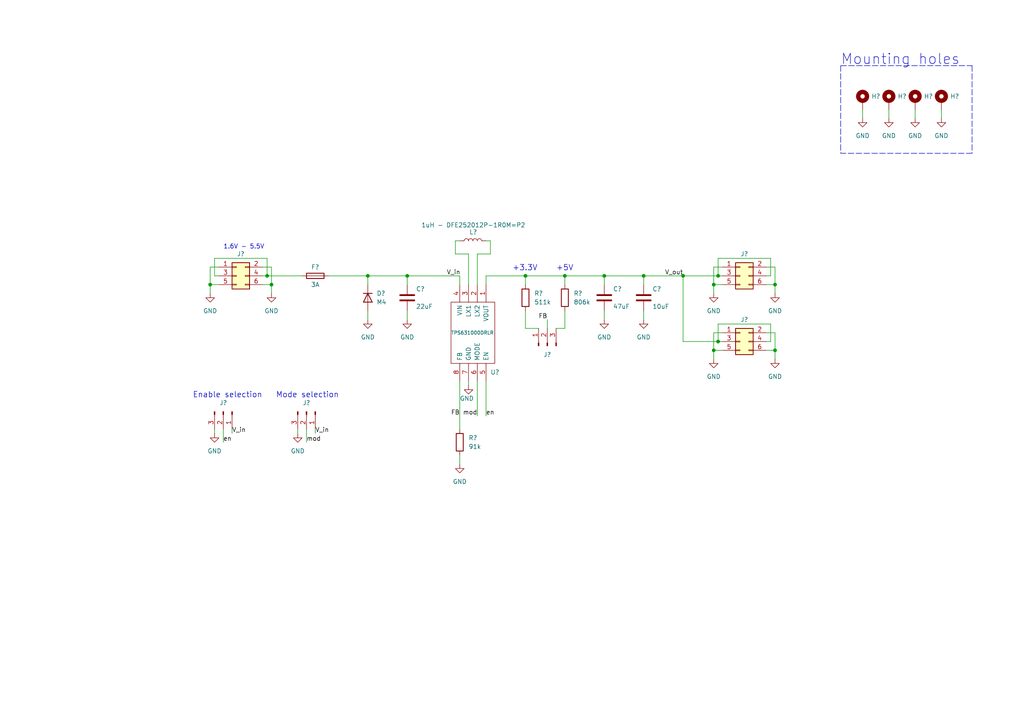
<source format=kicad_sch>
(kicad_sch (version 20211123) (generator eeschema)

  (uuid 2a28bff7-4d25-481d-b36c-2835091e6a26)

  (paper "A4")

  (lib_symbols
    (symbol "Connector:Conn_01x03_Male" (pin_names (offset 1.016) hide) (in_bom yes) (on_board yes)
      (property "Reference" "J" (id 0) (at 0 5.08 0)
        (effects (font (size 1.27 1.27)))
      )
      (property "Value" "Conn_01x03_Male" (id 1) (at 0 -5.08 0)
        (effects (font (size 1.27 1.27)))
      )
      (property "Footprint" "" (id 2) (at 0 0 0)
        (effects (font (size 1.27 1.27)) hide)
      )
      (property "Datasheet" "~" (id 3) (at 0 0 0)
        (effects (font (size 1.27 1.27)) hide)
      )
      (property "ki_keywords" "connector" (id 4) (at 0 0 0)
        (effects (font (size 1.27 1.27)) hide)
      )
      (property "ki_description" "Generic connector, single row, 01x03, script generated (kicad-library-utils/schlib/autogen/connector/)" (id 5) (at 0 0 0)
        (effects (font (size 1.27 1.27)) hide)
      )
      (property "ki_fp_filters" "Connector*:*_1x??_*" (id 6) (at 0 0 0)
        (effects (font (size 1.27 1.27)) hide)
      )
      (symbol "Conn_01x03_Male_1_1"
        (polyline
          (pts
            (xy 1.27 -2.54)
            (xy 0.8636 -2.54)
          )
          (stroke (width 0.1524) (type default) (color 0 0 0 0))
          (fill (type none))
        )
        (polyline
          (pts
            (xy 1.27 0)
            (xy 0.8636 0)
          )
          (stroke (width 0.1524) (type default) (color 0 0 0 0))
          (fill (type none))
        )
        (polyline
          (pts
            (xy 1.27 2.54)
            (xy 0.8636 2.54)
          )
          (stroke (width 0.1524) (type default) (color 0 0 0 0))
          (fill (type none))
        )
        (rectangle (start 0.8636 -2.413) (end 0 -2.667)
          (stroke (width 0.1524) (type default) (color 0 0 0 0))
          (fill (type outline))
        )
        (rectangle (start 0.8636 0.127) (end 0 -0.127)
          (stroke (width 0.1524) (type default) (color 0 0 0 0))
          (fill (type outline))
        )
        (rectangle (start 0.8636 2.667) (end 0 2.413)
          (stroke (width 0.1524) (type default) (color 0 0 0 0))
          (fill (type outline))
        )
        (pin passive line (at 5.08 2.54 180) (length 3.81)
          (name "Pin_1" (effects (font (size 1.27 1.27))))
          (number "1" (effects (font (size 1.27 1.27))))
        )
        (pin passive line (at 5.08 0 180) (length 3.81)
          (name "Pin_2" (effects (font (size 1.27 1.27))))
          (number "2" (effects (font (size 1.27 1.27))))
        )
        (pin passive line (at 5.08 -2.54 180) (length 3.81)
          (name "Pin_3" (effects (font (size 1.27 1.27))))
          (number "3" (effects (font (size 1.27 1.27))))
        )
      )
    )
    (symbol "Connector_Generic:Conn_02x03_Odd_Even" (pin_names (offset 1.016) hide) (in_bom yes) (on_board yes)
      (property "Reference" "J" (id 0) (at 1.27 5.08 0)
        (effects (font (size 1.27 1.27)))
      )
      (property "Value" "Conn_02x03_Odd_Even" (id 1) (at 1.27 -5.08 0)
        (effects (font (size 1.27 1.27)))
      )
      (property "Footprint" "" (id 2) (at 0 0 0)
        (effects (font (size 1.27 1.27)) hide)
      )
      (property "Datasheet" "~" (id 3) (at 0 0 0)
        (effects (font (size 1.27 1.27)) hide)
      )
      (property "ki_keywords" "connector" (id 4) (at 0 0 0)
        (effects (font (size 1.27 1.27)) hide)
      )
      (property "ki_description" "Generic connector, double row, 02x03, odd/even pin numbering scheme (row 1 odd numbers, row 2 even numbers), script generated (kicad-library-utils/schlib/autogen/connector/)" (id 5) (at 0 0 0)
        (effects (font (size 1.27 1.27)) hide)
      )
      (property "ki_fp_filters" "Connector*:*_2x??_*" (id 6) (at 0 0 0)
        (effects (font (size 1.27 1.27)) hide)
      )
      (symbol "Conn_02x03_Odd_Even_1_1"
        (rectangle (start -1.27 -2.413) (end 0 -2.667)
          (stroke (width 0.1524) (type default) (color 0 0 0 0))
          (fill (type none))
        )
        (rectangle (start -1.27 0.127) (end 0 -0.127)
          (stroke (width 0.1524) (type default) (color 0 0 0 0))
          (fill (type none))
        )
        (rectangle (start -1.27 2.667) (end 0 2.413)
          (stroke (width 0.1524) (type default) (color 0 0 0 0))
          (fill (type none))
        )
        (rectangle (start -1.27 3.81) (end 3.81 -3.81)
          (stroke (width 0.254) (type default) (color 0 0 0 0))
          (fill (type background))
        )
        (rectangle (start 3.81 -2.413) (end 2.54 -2.667)
          (stroke (width 0.1524) (type default) (color 0 0 0 0))
          (fill (type none))
        )
        (rectangle (start 3.81 0.127) (end 2.54 -0.127)
          (stroke (width 0.1524) (type default) (color 0 0 0 0))
          (fill (type none))
        )
        (rectangle (start 3.81 2.667) (end 2.54 2.413)
          (stroke (width 0.1524) (type default) (color 0 0 0 0))
          (fill (type none))
        )
        (pin passive line (at -5.08 2.54 0) (length 3.81)
          (name "Pin_1" (effects (font (size 1.27 1.27))))
          (number "1" (effects (font (size 1.27 1.27))))
        )
        (pin passive line (at 7.62 2.54 180) (length 3.81)
          (name "Pin_2" (effects (font (size 1.27 1.27))))
          (number "2" (effects (font (size 1.27 1.27))))
        )
        (pin passive line (at -5.08 0 0) (length 3.81)
          (name "Pin_3" (effects (font (size 1.27 1.27))))
          (number "3" (effects (font (size 1.27 1.27))))
        )
        (pin passive line (at 7.62 0 180) (length 3.81)
          (name "Pin_4" (effects (font (size 1.27 1.27))))
          (number "4" (effects (font (size 1.27 1.27))))
        )
        (pin passive line (at -5.08 -2.54 0) (length 3.81)
          (name "Pin_5" (effects (font (size 1.27 1.27))))
          (number "5" (effects (font (size 1.27 1.27))))
        )
        (pin passive line (at 7.62 -2.54 180) (length 3.81)
          (name "Pin_6" (effects (font (size 1.27 1.27))))
          (number "6" (effects (font (size 1.27 1.27))))
        )
      )
    )
    (symbol "Device:C" (pin_numbers hide) (pin_names (offset 0.254)) (in_bom yes) (on_board yes)
      (property "Reference" "C" (id 0) (at 0.635 2.54 0)
        (effects (font (size 1.27 1.27)) (justify left))
      )
      (property "Value" "C" (id 1) (at 0.635 -2.54 0)
        (effects (font (size 1.27 1.27)) (justify left))
      )
      (property "Footprint" "" (id 2) (at 0.9652 -3.81 0)
        (effects (font (size 1.27 1.27)) hide)
      )
      (property "Datasheet" "~" (id 3) (at 0 0 0)
        (effects (font (size 1.27 1.27)) hide)
      )
      (property "ki_keywords" "cap capacitor" (id 4) (at 0 0 0)
        (effects (font (size 1.27 1.27)) hide)
      )
      (property "ki_description" "Unpolarized capacitor" (id 5) (at 0 0 0)
        (effects (font (size 1.27 1.27)) hide)
      )
      (property "ki_fp_filters" "C_*" (id 6) (at 0 0 0)
        (effects (font (size 1.27 1.27)) hide)
      )
      (symbol "C_0_1"
        (polyline
          (pts
            (xy -2.032 -0.762)
            (xy 2.032 -0.762)
          )
          (stroke (width 0.508) (type default) (color 0 0 0 0))
          (fill (type none))
        )
        (polyline
          (pts
            (xy -2.032 0.762)
            (xy 2.032 0.762)
          )
          (stroke (width 0.508) (type default) (color 0 0 0 0))
          (fill (type none))
        )
      )
      (symbol "C_1_1"
        (pin passive line (at 0 3.81 270) (length 2.794)
          (name "~" (effects (font (size 1.27 1.27))))
          (number "1" (effects (font (size 1.27 1.27))))
        )
        (pin passive line (at 0 -3.81 90) (length 2.794)
          (name "~" (effects (font (size 1.27 1.27))))
          (number "2" (effects (font (size 1.27 1.27))))
        )
      )
    )
    (symbol "Device:D" (pin_numbers hide) (pin_names (offset 1.016) hide) (in_bom yes) (on_board yes)
      (property "Reference" "D" (id 0) (at 0 2.54 0)
        (effects (font (size 1.27 1.27)))
      )
      (property "Value" "D" (id 1) (at 0 -2.54 0)
        (effects (font (size 1.27 1.27)))
      )
      (property "Footprint" "" (id 2) (at 0 0 0)
        (effects (font (size 1.27 1.27)) hide)
      )
      (property "Datasheet" "~" (id 3) (at 0 0 0)
        (effects (font (size 1.27 1.27)) hide)
      )
      (property "ki_keywords" "diode" (id 4) (at 0 0 0)
        (effects (font (size 1.27 1.27)) hide)
      )
      (property "ki_description" "Diode" (id 5) (at 0 0 0)
        (effects (font (size 1.27 1.27)) hide)
      )
      (property "ki_fp_filters" "TO-???* *_Diode_* *SingleDiode* D_*" (id 6) (at 0 0 0)
        (effects (font (size 1.27 1.27)) hide)
      )
      (symbol "D_0_1"
        (polyline
          (pts
            (xy -1.27 1.27)
            (xy -1.27 -1.27)
          )
          (stroke (width 0.254) (type default) (color 0 0 0 0))
          (fill (type none))
        )
        (polyline
          (pts
            (xy 1.27 0)
            (xy -1.27 0)
          )
          (stroke (width 0) (type default) (color 0 0 0 0))
          (fill (type none))
        )
        (polyline
          (pts
            (xy 1.27 1.27)
            (xy 1.27 -1.27)
            (xy -1.27 0)
            (xy 1.27 1.27)
          )
          (stroke (width 0.254) (type default) (color 0 0 0 0))
          (fill (type none))
        )
      )
      (symbol "D_1_1"
        (pin passive line (at -3.81 0 0) (length 2.54)
          (name "K" (effects (font (size 1.27 1.27))))
          (number "1" (effects (font (size 1.27 1.27))))
        )
        (pin passive line (at 3.81 0 180) (length 2.54)
          (name "A" (effects (font (size 1.27 1.27))))
          (number "2" (effects (font (size 1.27 1.27))))
        )
      )
    )
    (symbol "Device:Fuse" (pin_numbers hide) (pin_names (offset 0)) (in_bom yes) (on_board yes)
      (property "Reference" "F" (id 0) (at 2.032 0 90)
        (effects (font (size 1.27 1.27)))
      )
      (property "Value" "Fuse" (id 1) (at -1.905 0 90)
        (effects (font (size 1.27 1.27)))
      )
      (property "Footprint" "" (id 2) (at -1.778 0 90)
        (effects (font (size 1.27 1.27)) hide)
      )
      (property "Datasheet" "~" (id 3) (at 0 0 0)
        (effects (font (size 1.27 1.27)) hide)
      )
      (property "ki_keywords" "fuse" (id 4) (at 0 0 0)
        (effects (font (size 1.27 1.27)) hide)
      )
      (property "ki_description" "Fuse" (id 5) (at 0 0 0)
        (effects (font (size 1.27 1.27)) hide)
      )
      (property "ki_fp_filters" "*Fuse*" (id 6) (at 0 0 0)
        (effects (font (size 1.27 1.27)) hide)
      )
      (symbol "Fuse_0_1"
        (rectangle (start -0.762 -2.54) (end 0.762 2.54)
          (stroke (width 0.254) (type default) (color 0 0 0 0))
          (fill (type none))
        )
        (polyline
          (pts
            (xy 0 2.54)
            (xy 0 -2.54)
          )
          (stroke (width 0) (type default) (color 0 0 0 0))
          (fill (type none))
        )
      )
      (symbol "Fuse_1_1"
        (pin passive line (at 0 3.81 270) (length 1.27)
          (name "~" (effects (font (size 1.27 1.27))))
          (number "1" (effects (font (size 1.27 1.27))))
        )
        (pin passive line (at 0 -3.81 90) (length 1.27)
          (name "~" (effects (font (size 1.27 1.27))))
          (number "2" (effects (font (size 1.27 1.27))))
        )
      )
    )
    (symbol "Device:L" (pin_numbers hide) (pin_names (offset 1.016) hide) (in_bom yes) (on_board yes)
      (property "Reference" "L" (id 0) (at -1.27 0 90)
        (effects (font (size 1.27 1.27)))
      )
      (property "Value" "L" (id 1) (at 1.905 0 90)
        (effects (font (size 1.27 1.27)))
      )
      (property "Footprint" "" (id 2) (at 0 0 0)
        (effects (font (size 1.27 1.27)) hide)
      )
      (property "Datasheet" "~" (id 3) (at 0 0 0)
        (effects (font (size 1.27 1.27)) hide)
      )
      (property "ki_keywords" "inductor choke coil reactor magnetic" (id 4) (at 0 0 0)
        (effects (font (size 1.27 1.27)) hide)
      )
      (property "ki_description" "Inductor" (id 5) (at 0 0 0)
        (effects (font (size 1.27 1.27)) hide)
      )
      (property "ki_fp_filters" "Choke_* *Coil* Inductor_* L_*" (id 6) (at 0 0 0)
        (effects (font (size 1.27 1.27)) hide)
      )
      (symbol "L_0_1"
        (arc (start 0 -2.54) (mid 0.635 -1.905) (end 0 -1.27)
          (stroke (width 0) (type default) (color 0 0 0 0))
          (fill (type none))
        )
        (arc (start 0 -1.27) (mid 0.635 -0.635) (end 0 0)
          (stroke (width 0) (type default) (color 0 0 0 0))
          (fill (type none))
        )
        (arc (start 0 0) (mid 0.635 0.635) (end 0 1.27)
          (stroke (width 0) (type default) (color 0 0 0 0))
          (fill (type none))
        )
        (arc (start 0 1.27) (mid 0.635 1.905) (end 0 2.54)
          (stroke (width 0) (type default) (color 0 0 0 0))
          (fill (type none))
        )
      )
      (symbol "L_1_1"
        (pin passive line (at 0 3.81 270) (length 1.27)
          (name "1" (effects (font (size 1.27 1.27))))
          (number "1" (effects (font (size 1.27 1.27))))
        )
        (pin passive line (at 0 -3.81 90) (length 1.27)
          (name "2" (effects (font (size 1.27 1.27))))
          (number "2" (effects (font (size 1.27 1.27))))
        )
      )
    )
    (symbol "Device:R" (pin_numbers hide) (pin_names (offset 0)) (in_bom yes) (on_board yes)
      (property "Reference" "R" (id 0) (at 2.032 0 90)
        (effects (font (size 1.27 1.27)))
      )
      (property "Value" "R" (id 1) (at 0 0 90)
        (effects (font (size 1.27 1.27)))
      )
      (property "Footprint" "" (id 2) (at -1.778 0 90)
        (effects (font (size 1.27 1.27)) hide)
      )
      (property "Datasheet" "~" (id 3) (at 0 0 0)
        (effects (font (size 1.27 1.27)) hide)
      )
      (property "ki_keywords" "R res resistor" (id 4) (at 0 0 0)
        (effects (font (size 1.27 1.27)) hide)
      )
      (property "ki_description" "Resistor" (id 5) (at 0 0 0)
        (effects (font (size 1.27 1.27)) hide)
      )
      (property "ki_fp_filters" "R_*" (id 6) (at 0 0 0)
        (effects (font (size 1.27 1.27)) hide)
      )
      (symbol "R_0_1"
        (rectangle (start -1.016 -2.54) (end 1.016 2.54)
          (stroke (width 0.254) (type default) (color 0 0 0 0))
          (fill (type none))
        )
      )
      (symbol "R_1_1"
        (pin passive line (at 0 3.81 270) (length 1.27)
          (name "~" (effects (font (size 1.27 1.27))))
          (number "1" (effects (font (size 1.27 1.27))))
        )
        (pin passive line (at 0 -3.81 90) (length 1.27)
          (name "~" (effects (font (size 1.27 1.27))))
          (number "2" (effects (font (size 1.27 1.27))))
        )
      )
    )
    (symbol "Mechanical:MountingHole_Pad" (pin_numbers hide) (pin_names (offset 1.016) hide) (in_bom yes) (on_board yes)
      (property "Reference" "H" (id 0) (at 0 6.35 0)
        (effects (font (size 1.27 1.27)))
      )
      (property "Value" "MountingHole_Pad" (id 1) (at 0 4.445 0)
        (effects (font (size 1.27 1.27)))
      )
      (property "Footprint" "" (id 2) (at 0 0 0)
        (effects (font (size 1.27 1.27)) hide)
      )
      (property "Datasheet" "~" (id 3) (at 0 0 0)
        (effects (font (size 1.27 1.27)) hide)
      )
      (property "ki_keywords" "mounting hole" (id 4) (at 0 0 0)
        (effects (font (size 1.27 1.27)) hide)
      )
      (property "ki_description" "Mounting Hole with connection" (id 5) (at 0 0 0)
        (effects (font (size 1.27 1.27)) hide)
      )
      (property "ki_fp_filters" "MountingHole*Pad*" (id 6) (at 0 0 0)
        (effects (font (size 1.27 1.27)) hide)
      )
      (symbol "MountingHole_Pad_0_1"
        (circle (center 0 1.27) (radius 1.27)
          (stroke (width 1.27) (type default) (color 0 0 0 0))
          (fill (type none))
        )
      )
      (symbol "MountingHole_Pad_1_1"
        (pin input line (at 0 -2.54 90) (length 2.54)
          (name "1" (effects (font (size 1.27 1.27))))
          (number "1" (effects (font (size 1.27 1.27))))
        )
      )
    )
    (symbol "TPS631000DRLR:TPS631000DRLR" (pin_names (offset 0.762)) (in_bom yes) (on_board yes)
      (property "Reference" "U" (id 0) (at 24.13 7.62 0)
        (effects (font (size 1.27 1.27)) (justify left))
      )
      (property "Value" "TPS631000DRLR" (id 1) (at 24.13 5.08 0)
        (effects (font (size 1.27 1.27)) (justify left))
      )
      (property "Footprint" "SOTFL50P160X60-8N" (id 2) (at 24.13 2.54 0)
        (effects (font (size 1.27 1.27)) (justify left) hide)
      )
      (property "Datasheet" "https://www.ti.com/lit/ds/symlink/tps631000.pdf?ts=1652152702265" (id 3) (at 24.13 0 0)
        (effects (font (size 1.27 1.27)) (justify left) hide)
      )
      (property "Description" "Switching Voltage Regulators 1.5-A output current, high power density buck-boost converter" (id 4) (at 24.13 -2.54 0)
        (effects (font (size 1.27 1.27)) (justify left) hide)
      )
      (property "Height" "0.6" (id 5) (at 24.13 -5.08 0)
        (effects (font (size 1.27 1.27)) (justify left) hide)
      )
      (property "Mouser Part Number" "595-TPS631000DRLR" (id 6) (at 24.13 -7.62 0)
        (effects (font (size 1.27 1.27)) (justify left) hide)
      )
      (property "Mouser Price/Stock" "https://www.mouser.co.uk/ProductDetail/Texas-Instruments/TPS631000DRLR?qs=rSMjJ%252B1ewcRYwoN2deTeNA%3D%3D" (id 7) (at 24.13 -10.16 0)
        (effects (font (size 1.27 1.27)) (justify left) hide)
      )
      (property "Manufacturer_Name" "Texas Instruments" (id 8) (at 24.13 -12.7 0)
        (effects (font (size 1.27 1.27)) (justify left) hide)
      )
      (property "Manufacturer_Part_Number" "TPS631000DRLR" (id 9) (at 24.13 -15.24 0)
        (effects (font (size 1.27 1.27)) (justify left) hide)
      )
      (property "ki_description" "Switching Voltage Regulators 1.5-A output current, high power density buck-boost converter" (id 10) (at 0 0 0)
        (effects (font (size 1.27 1.27)) hide)
      )
      (symbol "TPS631000DRLR_0_0"
        (pin passive line (at 0 0 0) (length 5.08)
          (name "VOUT" (effects (font (size 1.27 1.27))))
          (number "1" (effects (font (size 1.27 1.27))))
        )
        (pin passive line (at 0 -2.54 0) (length 5.08)
          (name "LX2" (effects (font (size 1.27 1.27))))
          (number "2" (effects (font (size 1.27 1.27))))
        )
        (pin passive line (at 0 -5.08 0) (length 5.08)
          (name "LX1" (effects (font (size 1.27 1.27))))
          (number "3" (effects (font (size 1.27 1.27))))
        )
        (pin passive line (at 0 -7.62 0) (length 5.08)
          (name "VIN" (effects (font (size 1.27 1.27))))
          (number "4" (effects (font (size 1.27 1.27))))
        )
        (pin passive line (at 27.94 0 180) (length 5.08)
          (name "EN" (effects (font (size 1.27 1.27))))
          (number "5" (effects (font (size 1.27 1.27))))
        )
        (pin passive line (at 27.94 -2.54 180) (length 5.08)
          (name "MODE" (effects (font (size 1.27 1.27))))
          (number "6" (effects (font (size 1.27 1.27))))
        )
        (pin passive line (at 27.94 -5.08 180) (length 5.08)
          (name "GND" (effects (font (size 1.27 1.27))))
          (number "7" (effects (font (size 1.27 1.27))))
        )
        (pin passive line (at 27.94 -7.62 180) (length 5.08)
          (name "FB" (effects (font (size 1.27 1.27))))
          (number "8" (effects (font (size 1.27 1.27))))
        )
      )
      (symbol "TPS631000DRLR_0_1"
        (polyline
          (pts
            (xy 5.08 2.54)
            (xy 22.86 2.54)
            (xy 22.86 -10.16)
            (xy 5.08 -10.16)
            (xy 5.08 2.54)
          )
          (stroke (width 0.1524) (type default) (color 0 0 0 0))
          (fill (type none))
        )
      )
    )
    (symbol "power:GND" (power) (pin_names (offset 0)) (in_bom yes) (on_board yes)
      (property "Reference" "#PWR" (id 0) (at 0 -6.35 0)
        (effects (font (size 1.27 1.27)) hide)
      )
      (property "Value" "GND" (id 1) (at 0 -3.81 0)
        (effects (font (size 1.27 1.27)))
      )
      (property "Footprint" "" (id 2) (at 0 0 0)
        (effects (font (size 1.27 1.27)) hide)
      )
      (property "Datasheet" "" (id 3) (at 0 0 0)
        (effects (font (size 1.27 1.27)) hide)
      )
      (property "ki_keywords" "global power" (id 4) (at 0 0 0)
        (effects (font (size 1.27 1.27)) hide)
      )
      (property "ki_description" "Power symbol creates a global label with name \"GND\" , ground" (id 5) (at 0 0 0)
        (effects (font (size 1.27 1.27)) hide)
      )
      (symbol "GND_0_1"
        (polyline
          (pts
            (xy 0 0)
            (xy 0 -1.27)
            (xy 1.27 -1.27)
            (xy 0 -2.54)
            (xy -1.27 -1.27)
            (xy 0 -1.27)
          )
          (stroke (width 0) (type default) (color 0 0 0 0))
          (fill (type none))
        )
      )
      (symbol "GND_1_1"
        (pin power_in line (at 0 0 270) (length 0) hide
          (name "GND" (effects (font (size 1.27 1.27))))
          (number "1" (effects (font (size 1.27 1.27))))
        )
      )
    )
  )

  (junction (at 118.11 80.01) (diameter 0) (color 0 0 0 0)
    (uuid 22b39d0b-ecb1-408a-8850-c5ff0d108c78)
  )
  (junction (at 77.47 80.01) (diameter 0) (color 0 0 0 0)
    (uuid 28cb5c62-865e-4ce8-a725-e8c4bf15ab93)
  )
  (junction (at 208.28 99.06) (diameter 0) (color 0 0 0 0)
    (uuid 2a775ec1-583d-4d40-8e49-72e55ca6d8b0)
  )
  (junction (at 106.68 80.01) (diameter 0) (color 0 0 0 0)
    (uuid 2c689e9e-78af-4306-bcd1-772404121cc0)
  )
  (junction (at 207.01 82.55) (diameter 0) (color 0 0 0 0)
    (uuid 37c8e3c8-8805-4288-b572-ca905c3a49b2)
  )
  (junction (at 224.79 82.55) (diameter 0) (color 0 0 0 0)
    (uuid 556fe399-c87d-4ae6-8553-28ae6a6124ec)
  )
  (junction (at 186.69 80.01) (diameter 0) (color 0 0 0 0)
    (uuid 60b6c3c0-e45c-4d96-9755-7f39a2901a77)
  )
  (junction (at 152.4 80.01) (diameter 0) (color 0 0 0 0)
    (uuid 637589e0-0507-4257-bd97-64c638842446)
  )
  (junction (at 198.12 80.01) (diameter 0) (color 0 0 0 0)
    (uuid 6f2c2f17-5277-48f1-a292-53fd5441eeae)
  )
  (junction (at 60.96 82.55) (diameter 0) (color 0 0 0 0)
    (uuid 717e8091-9e6f-4629-ba90-fc9b45528e4f)
  )
  (junction (at 207.01 101.6) (diameter 0) (color 0 0 0 0)
    (uuid 8da54a6b-ac78-4908-8221-e941dea1d22b)
  )
  (junction (at 208.28 80.01) (diameter 0) (color 0 0 0 0)
    (uuid 8faff11e-0fd0-4cf2-bae6-0781fc885120)
  )
  (junction (at 224.79 101.6) (diameter 0) (color 0 0 0 0)
    (uuid 9f35ac48-c4bd-43f4-bec4-0c2e94b9a875)
  )
  (junction (at 163.83 80.01) (diameter 0) (color 0 0 0 0)
    (uuid d190b0ea-95ea-4ec6-a143-6f797850ce6e)
  )
  (junction (at 78.74 82.55) (diameter 0) (color 0 0 0 0)
    (uuid e8e1fbee-86de-496d-aa71-5c2a251140cf)
  )
  (junction (at 175.26 80.01) (diameter 0) (color 0 0 0 0)
    (uuid f8781c00-657e-4510-8921-2dd3d52b35e5)
  )

  (wire (pts (xy 63.5 77.47) (xy 60.96 77.47))
    (stroke (width 0) (type default) (color 0 0 0 0))
    (uuid 0228c526-0ba2-414a-8cbc-08db3e6ec4be)
  )
  (wire (pts (xy 208.28 80.01) (xy 208.28 74.93))
    (stroke (width 0) (type default) (color 0 0 0 0))
    (uuid 054305b4-0714-468f-b9ac-c204570b0b11)
  )
  (polyline (pts (xy 243.84 19.05) (xy 281.94 19.05))
    (stroke (width 0) (type default) (color 0 0 0 0))
    (uuid 07024b73-f5f7-40e9-8642-fc41a5e6cebf)
  )

  (wire (pts (xy 118.11 80.01) (xy 118.11 82.55))
    (stroke (width 0) (type default) (color 0 0 0 0))
    (uuid 10029f6f-212c-4749-824a-88dec83db8f5)
  )
  (polyline (pts (xy 281.94 44.45) (xy 243.84 44.45))
    (stroke (width 0) (type default) (color 0 0 0 0))
    (uuid 1205c990-4aaf-48e3-8825-0e03b90ecb65)
  )

  (wire (pts (xy 198.12 99.06) (xy 208.28 99.06))
    (stroke (width 0) (type default) (color 0 0 0 0))
    (uuid 134b751c-125c-4119-afb2-41f1e8dbcea7)
  )
  (wire (pts (xy 118.11 80.01) (xy 133.35 80.01))
    (stroke (width 0) (type default) (color 0 0 0 0))
    (uuid 138cb7b0-ff4d-4c4d-ab96-9c287783e0be)
  )
  (wire (pts (xy 77.47 80.01) (xy 77.47 74.93))
    (stroke (width 0) (type default) (color 0 0 0 0))
    (uuid 14f5ea76-b86b-4799-b67e-ef742246695c)
  )
  (wire (pts (xy 224.79 82.55) (xy 224.79 85.09))
    (stroke (width 0) (type default) (color 0 0 0 0))
    (uuid 1614c950-eff0-4182-8e99-bf9f9a7dcb67)
  )
  (wire (pts (xy 257.81 31.75) (xy 257.81 34.29))
    (stroke (width 0) (type default) (color 0 0 0 0))
    (uuid 16bfa7f9-2d1e-4982-b049-5052cbcb91e9)
  )
  (wire (pts (xy 140.97 82.55) (xy 140.97 80.01))
    (stroke (width 0) (type default) (color 0 0 0 0))
    (uuid 191ad2ec-fde4-4109-bc2e-cf7d878b7139)
  )
  (wire (pts (xy 152.4 90.17) (xy 152.4 95.25))
    (stroke (width 0) (type default) (color 0 0 0 0))
    (uuid 1a978957-8195-4a35-b316-e19ac5c07eb3)
  )
  (wire (pts (xy 133.35 69.85) (xy 132.08 69.85))
    (stroke (width 0) (type default) (color 0 0 0 0))
    (uuid 1cf3170e-4177-4120-85e7-cd0b08ce1f22)
  )
  (wire (pts (xy 208.28 80.01) (xy 209.55 80.01))
    (stroke (width 0) (type default) (color 0 0 0 0))
    (uuid 2550ab9b-2602-43d2-a65b-1a17f961bf18)
  )
  (wire (pts (xy 207.01 96.52) (xy 207.01 101.6))
    (stroke (width 0) (type default) (color 0 0 0 0))
    (uuid 29eb9230-55c2-41e4-bf83-b5f52f95a868)
  )
  (wire (pts (xy 223.52 93.98) (xy 223.52 99.06))
    (stroke (width 0) (type default) (color 0 0 0 0))
    (uuid 2d959d93-91ea-4602-ac9b-3b47bfb29543)
  )
  (wire (pts (xy 133.35 80.01) (xy 133.35 82.55))
    (stroke (width 0) (type default) (color 0 0 0 0))
    (uuid 2e7cac88-bab8-4a51-90fc-642e4cd4d44a)
  )
  (wire (pts (xy 132.08 69.85) (xy 132.08 73.66))
    (stroke (width 0) (type default) (color 0 0 0 0))
    (uuid 31e99f7b-1cf4-4158-a686-64417b7f9346)
  )
  (wire (pts (xy 224.79 96.52) (xy 224.79 101.6))
    (stroke (width 0) (type default) (color 0 0 0 0))
    (uuid 3378ac8f-12e5-4f43-9a6d-c9246ffa169e)
  )
  (wire (pts (xy 135.89 73.66) (xy 135.89 82.55))
    (stroke (width 0) (type default) (color 0 0 0 0))
    (uuid 33ca4cd3-6c0e-4a85-98d2-99fb54e59e68)
  )
  (wire (pts (xy 67.31 125.73) (xy 67.31 124.46))
    (stroke (width 0) (type default) (color 0 0 0 0))
    (uuid 386041df-ed73-4d31-b7d7-c0f1d2032d98)
  )
  (wire (pts (xy 175.26 90.17) (xy 175.26 92.71))
    (stroke (width 0) (type default) (color 0 0 0 0))
    (uuid 3ad40d25-2794-4235-bc65-0aef7eff7654)
  )
  (wire (pts (xy 91.44 125.73) (xy 91.44 124.46))
    (stroke (width 0) (type default) (color 0 0 0 0))
    (uuid 3ae039b9-b32d-4210-80e4-c48078602481)
  )
  (wire (pts (xy 186.69 90.17) (xy 186.69 92.71))
    (stroke (width 0) (type default) (color 0 0 0 0))
    (uuid 3b2f8a38-5cad-4da0-b1b0-4a68f3107d4e)
  )
  (wire (pts (xy 273.05 31.75) (xy 273.05 34.29))
    (stroke (width 0) (type default) (color 0 0 0 0))
    (uuid 3bf1ab4e-bb68-4f09-b874-b8dc4b3dea76)
  )
  (wire (pts (xy 86.36 124.46) (xy 86.36 125.73))
    (stroke (width 0) (type default) (color 0 0 0 0))
    (uuid 3d40c219-6077-4e7e-a54a-1407c07a6050)
  )
  (wire (pts (xy 106.68 90.17) (xy 106.68 92.71))
    (stroke (width 0) (type default) (color 0 0 0 0))
    (uuid 3e2a249c-202f-43fd-bdab-54062946554c)
  )
  (wire (pts (xy 175.26 80.01) (xy 175.26 82.55))
    (stroke (width 0) (type default) (color 0 0 0 0))
    (uuid 3e6105af-80fb-4a45-95bb-b983157ebb47)
  )
  (wire (pts (xy 163.83 90.17) (xy 163.83 95.25))
    (stroke (width 0) (type default) (color 0 0 0 0))
    (uuid 3ea6f798-9f14-444a-800a-c27fa0de4288)
  )
  (wire (pts (xy 63.5 82.55) (xy 60.96 82.55))
    (stroke (width 0) (type default) (color 0 0 0 0))
    (uuid 3f2b32bc-8a79-46d1-b3a2-0fd3c234de36)
  )
  (wire (pts (xy 138.43 73.66) (xy 142.24 73.66))
    (stroke (width 0) (type default) (color 0 0 0 0))
    (uuid 400ee032-de0f-486a-9111-b5843e06254b)
  )
  (wire (pts (xy 208.28 93.98) (xy 223.52 93.98))
    (stroke (width 0) (type default) (color 0 0 0 0))
    (uuid 47e7195d-e7c3-43ba-8443-53af8257c798)
  )
  (wire (pts (xy 76.2 82.55) (xy 78.74 82.55))
    (stroke (width 0) (type default) (color 0 0 0 0))
    (uuid 4929d252-05e3-40c9-ae89-76b48df8632b)
  )
  (wire (pts (xy 208.28 99.06) (xy 208.28 93.98))
    (stroke (width 0) (type default) (color 0 0 0 0))
    (uuid 49da51b1-24dd-43b1-8b5a-232efc13cf7a)
  )
  (wire (pts (xy 118.11 90.17) (xy 118.11 92.71))
    (stroke (width 0) (type default) (color 0 0 0 0))
    (uuid 4b3c21a2-5b03-409a-b5a2-552a34a5704c)
  )
  (wire (pts (xy 106.68 80.01) (xy 118.11 80.01))
    (stroke (width 0) (type default) (color 0 0 0 0))
    (uuid 4f4f7e60-d190-4009-894d-02890b7b39e5)
  )
  (wire (pts (xy 265.43 31.75) (xy 265.43 34.29))
    (stroke (width 0) (type default) (color 0 0 0 0))
    (uuid 52e810b6-0083-4fef-a07f-7664fd7c49d0)
  )
  (wire (pts (xy 142.24 73.66) (xy 142.24 69.85))
    (stroke (width 0) (type default) (color 0 0 0 0))
    (uuid 53f4934c-8f91-4561-b084-d048a16e2336)
  )
  (wire (pts (xy 222.25 101.6) (xy 224.79 101.6))
    (stroke (width 0) (type default) (color 0 0 0 0))
    (uuid 549c9bcf-515c-447a-9272-a155b3d82ec1)
  )
  (wire (pts (xy 140.97 110.49) (xy 140.97 120.65))
    (stroke (width 0) (type default) (color 0 0 0 0))
    (uuid 54fe9aea-a9ec-4321-b81d-69b89ad1f286)
  )
  (wire (pts (xy 62.23 74.93) (xy 62.23 80.01))
    (stroke (width 0) (type default) (color 0 0 0 0))
    (uuid 5989b250-ead4-49ad-be21-256770681576)
  )
  (wire (pts (xy 64.77 124.46) (xy 64.77 128.27))
    (stroke (width 0) (type default) (color 0 0 0 0))
    (uuid 5d36d1eb-4231-4092-b02c-3bd7c8932db9)
  )
  (wire (pts (xy 207.01 82.55) (xy 209.55 82.55))
    (stroke (width 0) (type default) (color 0 0 0 0))
    (uuid 5ea6218a-1749-4bd3-a332-4d02acf3e57a)
  )
  (wire (pts (xy 60.96 82.55) (xy 60.96 85.09))
    (stroke (width 0) (type default) (color 0 0 0 0))
    (uuid 5f4d1630-3b75-4c47-ab33-b0e4fc30ad5e)
  )
  (wire (pts (xy 133.35 132.08) (xy 133.35 134.62))
    (stroke (width 0) (type default) (color 0 0 0 0))
    (uuid 624cb05a-71b2-49d5-a079-a53fc76f49cc)
  )
  (wire (pts (xy 223.52 80.01) (xy 222.25 80.01))
    (stroke (width 0) (type default) (color 0 0 0 0))
    (uuid 657a14c4-60e0-4d35-80f2-e15d90842518)
  )
  (wire (pts (xy 78.74 82.55) (xy 78.74 85.09))
    (stroke (width 0) (type default) (color 0 0 0 0))
    (uuid 66d229f7-14c2-423c-aeaa-172a5dec592d)
  )
  (wire (pts (xy 132.08 73.66) (xy 135.89 73.66))
    (stroke (width 0) (type default) (color 0 0 0 0))
    (uuid 6abbde92-bb45-4d1d-bbe3-c30caf54f606)
  )
  (wire (pts (xy 222.25 82.55) (xy 224.79 82.55))
    (stroke (width 0) (type default) (color 0 0 0 0))
    (uuid 6ba8fff7-e76e-472f-894e-c9f9bfa3f43b)
  )
  (wire (pts (xy 60.96 77.47) (xy 60.96 82.55))
    (stroke (width 0) (type default) (color 0 0 0 0))
    (uuid 6d419423-c455-4758-b2b2-bb0e5ab49ebb)
  )
  (wire (pts (xy 250.19 31.75) (xy 250.19 34.29))
    (stroke (width 0) (type default) (color 0 0 0 0))
    (uuid 71a66c39-48dd-4b50-8d21-902416173b26)
  )
  (wire (pts (xy 186.69 80.01) (xy 186.69 82.55))
    (stroke (width 0) (type default) (color 0 0 0 0))
    (uuid 7231fa22-188f-4241-94c8-52fa020bd970)
  )
  (wire (pts (xy 135.89 110.49) (xy 135.89 111.76))
    (stroke (width 0) (type default) (color 0 0 0 0))
    (uuid 75e58a91-62db-49c5-aac4-86c25a99eea4)
  )
  (wire (pts (xy 209.55 96.52) (xy 207.01 96.52))
    (stroke (width 0) (type default) (color 0 0 0 0))
    (uuid 7a3ce872-7d68-4634-8dcc-42dcee88da29)
  )
  (wire (pts (xy 208.28 99.06) (xy 209.55 99.06))
    (stroke (width 0) (type default) (color 0 0 0 0))
    (uuid 7a660b9e-6d58-489c-b98c-36e9ababd3d3)
  )
  (wire (pts (xy 76.2 80.01) (xy 77.47 80.01))
    (stroke (width 0) (type default) (color 0 0 0 0))
    (uuid 7ecb60d8-fdd9-44dd-92b1-1973f1bd94e7)
  )
  (wire (pts (xy 140.97 80.01) (xy 152.4 80.01))
    (stroke (width 0) (type default) (color 0 0 0 0))
    (uuid 811e389f-83e0-4364-a7f1-9a3db12cb4cc)
  )
  (wire (pts (xy 175.26 80.01) (xy 186.69 80.01))
    (stroke (width 0) (type default) (color 0 0 0 0))
    (uuid 82893dcf-694c-45ac-b4aa-4c10d6b8157a)
  )
  (wire (pts (xy 163.83 80.01) (xy 175.26 80.01))
    (stroke (width 0) (type default) (color 0 0 0 0))
    (uuid 858a6c94-303a-4c99-a979-02b0d45e335f)
  )
  (wire (pts (xy 186.69 80.01) (xy 198.12 80.01))
    (stroke (width 0) (type default) (color 0 0 0 0))
    (uuid 8ef6c396-b533-40d5-8532-13efe884a4fd)
  )
  (wire (pts (xy 222.25 77.47) (xy 224.79 77.47))
    (stroke (width 0) (type default) (color 0 0 0 0))
    (uuid 94c4ceca-8e37-4edb-bf7f-d4e81b073ef7)
  )
  (wire (pts (xy 62.23 80.01) (xy 63.5 80.01))
    (stroke (width 0) (type default) (color 0 0 0 0))
    (uuid 973974e8-57ce-4e94-861d-3e03552b4b08)
  )
  (wire (pts (xy 152.4 80.01) (xy 163.83 80.01))
    (stroke (width 0) (type default) (color 0 0 0 0))
    (uuid 993defca-b09a-4a4b-980c-f9ba49009bc3)
  )
  (wire (pts (xy 207.01 101.6) (xy 207.01 104.14))
    (stroke (width 0) (type default) (color 0 0 0 0))
    (uuid 99e58f44-5a2e-4da2-bbc3-f7b236d9f716)
  )
  (wire (pts (xy 224.79 101.6) (xy 224.79 104.14))
    (stroke (width 0) (type default) (color 0 0 0 0))
    (uuid 9a83c8d5-4d54-4224-8a8d-2c1b476792e2)
  )
  (wire (pts (xy 207.01 77.47) (xy 207.01 82.55))
    (stroke (width 0) (type default) (color 0 0 0 0))
    (uuid 9b01d3ee-27d5-4f4f-a20c-0e71563c2341)
  )
  (wire (pts (xy 163.83 80.01) (xy 163.83 82.55))
    (stroke (width 0) (type default) (color 0 0 0 0))
    (uuid 9ba299d5-eb44-46b7-a427-ac266773518a)
  )
  (wire (pts (xy 62.23 125.73) (xy 62.23 124.46))
    (stroke (width 0) (type default) (color 0 0 0 0))
    (uuid a071dfd0-571d-49fb-b334-a332c7fb8dd4)
  )
  (wire (pts (xy 152.4 80.01) (xy 152.4 82.55))
    (stroke (width 0) (type default) (color 0 0 0 0))
    (uuid a306e4e4-8534-469f-8a85-a7cd8f62ecf8)
  )
  (wire (pts (xy 223.52 99.06) (xy 222.25 99.06))
    (stroke (width 0) (type default) (color 0 0 0 0))
    (uuid a43f44a4-630b-484b-b482-6d377a141745)
  )
  (wire (pts (xy 138.43 110.49) (xy 138.43 120.65))
    (stroke (width 0) (type default) (color 0 0 0 0))
    (uuid adb1ef30-66e2-4726-b2da-0e8eea6e75b6)
  )
  (wire (pts (xy 198.12 80.01) (xy 208.28 80.01))
    (stroke (width 0) (type default) (color 0 0 0 0))
    (uuid af14886d-2b8d-4e6d-9e13-3cece79c9413)
  )
  (wire (pts (xy 222.25 96.52) (xy 224.79 96.52))
    (stroke (width 0) (type default) (color 0 0 0 0))
    (uuid b1661170-1fde-4196-9f17-c1f33ff5ed71)
  )
  (wire (pts (xy 77.47 80.01) (xy 87.63 80.01))
    (stroke (width 0) (type default) (color 0 0 0 0))
    (uuid b7ca8503-d85a-4530-9824-9d104e0663c3)
  )
  (wire (pts (xy 163.83 95.25) (xy 161.29 95.25))
    (stroke (width 0) (type default) (color 0 0 0 0))
    (uuid b8beb45f-fdc6-4ac9-8e63-77fd37790ec4)
  )
  (wire (pts (xy 78.74 77.47) (xy 78.74 82.55))
    (stroke (width 0) (type default) (color 0 0 0 0))
    (uuid bc7d938a-1697-4a2d-b269-e795ea431f1e)
  )
  (wire (pts (xy 77.47 74.93) (xy 62.23 74.93))
    (stroke (width 0) (type default) (color 0 0 0 0))
    (uuid bcda79a4-88ea-4c85-bd9f-e77e8abfd556)
  )
  (wire (pts (xy 198.12 80.01) (xy 198.12 99.06))
    (stroke (width 0) (type default) (color 0 0 0 0))
    (uuid bd9e768a-f6dc-49ab-afce-1990cef46012)
  )
  (wire (pts (xy 95.25 80.01) (xy 106.68 80.01))
    (stroke (width 0) (type default) (color 0 0 0 0))
    (uuid c3d2a60f-45da-4305-80bd-933727f6eaf8)
  )
  (wire (pts (xy 207.01 82.55) (xy 207.01 85.09))
    (stroke (width 0) (type default) (color 0 0 0 0))
    (uuid c4211ad0-8c75-4031-b175-3ef4b392391a)
  )
  (wire (pts (xy 138.43 82.55) (xy 138.43 73.66))
    (stroke (width 0) (type default) (color 0 0 0 0))
    (uuid c9f2cf01-053d-4030-b7a2-6f09fae654db)
  )
  (polyline (pts (xy 281.94 19.05) (xy 281.94 44.45))
    (stroke (width 0) (type default) (color 0 0 0 0))
    (uuid cbd02504-cb9a-4455-8a24-60292c0da903)
  )

  (wire (pts (xy 207.01 101.6) (xy 209.55 101.6))
    (stroke (width 0) (type default) (color 0 0 0 0))
    (uuid cee63229-7128-43d0-8f2a-2926bcd6c5b2)
  )
  (wire (pts (xy 224.79 77.47) (xy 224.79 82.55))
    (stroke (width 0) (type default) (color 0 0 0 0))
    (uuid d2a9b738-d4af-46f3-a21a-8a1ac3e68de9)
  )
  (polyline (pts (xy 243.84 19.05) (xy 243.84 44.45))
    (stroke (width 0) (type default) (color 0 0 0 0))
    (uuid d552a317-ef21-4e1c-9a95-2cab4a709562)
  )

  (wire (pts (xy 76.2 77.47) (xy 78.74 77.47))
    (stroke (width 0) (type default) (color 0 0 0 0))
    (uuid da2c290e-dd33-4bf3-bca5-0e87dde85a96)
  )
  (wire (pts (xy 156.21 95.25) (xy 152.4 95.25))
    (stroke (width 0) (type default) (color 0 0 0 0))
    (uuid dc08e14b-2a81-48dd-acab-bf54b4eb518b)
  )
  (wire (pts (xy 208.28 74.93) (xy 223.52 74.93))
    (stroke (width 0) (type default) (color 0 0 0 0))
    (uuid e19a5b6d-a096-40bb-83c1-aae385b2f17b)
  )
  (wire (pts (xy 223.52 74.93) (xy 223.52 80.01))
    (stroke (width 0) (type default) (color 0 0 0 0))
    (uuid e74997d4-fc6c-4fe8-bd93-b460c97b3a0d)
  )
  (wire (pts (xy 142.24 69.85) (xy 140.97 69.85))
    (stroke (width 0) (type default) (color 0 0 0 0))
    (uuid eab69e5f-2bb8-4879-ba1f-a939ae48edd8)
  )
  (wire (pts (xy 88.9 124.46) (xy 88.9 128.27))
    (stroke (width 0) (type default) (color 0 0 0 0))
    (uuid f1e35b05-b076-4d02-8f10-1a2b00ef283e)
  )
  (wire (pts (xy 158.75 92.71) (xy 158.75 95.25))
    (stroke (width 0) (type default) (color 0 0 0 0))
    (uuid f8d081f7-da2a-47ee-8d5b-b60ee6776442)
  )
  (wire (pts (xy 209.55 77.47) (xy 207.01 77.47))
    (stroke (width 0) (type default) (color 0 0 0 0))
    (uuid fa95bd2b-5dcf-4321-8eed-d9e0838dc062)
  )
  (wire (pts (xy 133.35 110.49) (xy 133.35 124.46))
    (stroke (width 0) (type default) (color 0 0 0 0))
    (uuid fdab914e-d24b-4fed-8133-cfa145ea8f94)
  )
  (wire (pts (xy 106.68 80.01) (xy 106.68 82.55))
    (stroke (width 0) (type default) (color 0 0 0 0))
    (uuid fdf3dc04-ada6-4fef-b1b4-6994b9f59b8a)
  )

  (text "Mounting holes" (at 243.84 19.05 0)
    (effects (font (size 3 3)) (justify left bottom))
    (uuid 07f37993-3e38-49ad-ac49-9673075054ba)
  )
  (text "Enable selection" (at 55.88 115.57 0)
    (effects (font (size 1.6 1.6)) (justify left bottom))
    (uuid 101d2555-7acb-4419-801c-c7939dc47f36)
  )
  (text "+5V" (at 161.29 78.74 0)
    (effects (font (size 1.6 1.6)) (justify left bottom))
    (uuid 52cd8917-3665-4d34-b737-98cadc422267)
  )
  (text "Mode selection" (at 80.01 115.57 0)
    (effects (font (size 1.6 1.6)) (justify left bottom))
    (uuid 71c97ca8-f515-4b81-99be-1a6508cf266a)
  )
  (text "1.6V - 5.5V" (at 64.77 72.39 0)
    (effects (font (size 1.27 1.27)) (justify left bottom))
    (uuid 8c006480-5e71-40cf-bb71-9b62b92a6851)
  )
  (text "+3.3V" (at 148.59 78.74 0)
    (effects (font (size 1.6 1.6)) (justify left bottom))
    (uuid be498e9f-85b6-4f0f-8ee6-98783010e973)
  )

  (label "FB" (at 158.75 92.71 180)
    (effects (font (size 1.27 1.27)) (justify right bottom))
    (uuid 03363b01-438b-4353-9cb7-c6abea9f048b)
  )
  (label "en" (at 140.97 120.65 0)
    (effects (font (size 1.27 1.27)) (justify left bottom))
    (uuid 277fbd2d-3a29-4e53-9f7a-3d575cbeb221)
  )
  (label "en" (at 64.77 128.27 0)
    (effects (font (size 1.27 1.27)) (justify left bottom))
    (uuid 2b0f1b5e-6326-4e86-8d96-12efdee4621f)
  )
  (label "V_in" (at 91.44 125.73 0)
    (effects (font (size 1.27 1.27)) (justify left bottom))
    (uuid 5492cfe2-b9b6-433a-90d6-8b9a2ea2a832)
  )
  (label "V_in" (at 129.54 80.01 0)
    (effects (font (size 1.27 1.27)) (justify left bottom))
    (uuid 6ae73c1c-f022-4bbd-a1cf-9e4c789d6df7)
  )
  (label "V_in" (at 67.31 125.73 0)
    (effects (font (size 1.27 1.27)) (justify left bottom))
    (uuid 8c20ac4b-3dd5-4d52-9bc2-0431abceb891)
  )
  (label "FB" (at 133.35 120.65 180)
    (effects (font (size 1.27 1.27)) (justify right bottom))
    (uuid 9d23cac8-ab26-47bf-b517-5d27bd3df0b8)
  )
  (label "V_out" (at 198.12 80.01 180)
    (effects (font (size 1.27 1.27)) (justify right bottom))
    (uuid a9dfbe66-d781-43c1-928b-a21bf59c7650)
  )
  (label "mod" (at 88.9 128.27 0)
    (effects (font (size 1.27 1.27)) (justify left bottom))
    (uuid ac9c89cb-3bd5-4cd5-af18-0e527e608c3e)
  )
  (label "mod" (at 138.43 120.65 180)
    (effects (font (size 1.27 1.27)) (justify right bottom))
    (uuid c28dbf20-ad16-404e-8774-af3209aa31df)
  )

  (symbol (lib_id "Device:R") (at 133.35 128.27 0) (unit 1)
    (in_bom yes) (on_board yes) (fields_autoplaced)
    (uuid 031e653b-66df-47c4-8214-fab84f4cd180)
    (property "Reference" "R?" (id 0) (at 135.89 126.9999 0)
      (effects (font (size 1.27 1.27)) (justify left))
    )
    (property "Value" "91k" (id 1) (at 135.89 129.5399 0)
      (effects (font (size 1.27 1.27)) (justify left))
    )
    (property "Footprint" "" (id 2) (at 131.572 128.27 90)
      (effects (font (size 1.27 1.27)) hide)
    )
    (property "Datasheet" "~" (id 3) (at 133.35 128.27 0)
      (effects (font (size 1.27 1.27)) hide)
    )
    (pin "1" (uuid 9fed98bc-a5f1-4d13-8a44-2fe028f7b03f))
    (pin "2" (uuid 2dd6cb86-8312-437e-b700-0a4514b7061e))
  )

  (symbol (lib_id "Mechanical:MountingHole_Pad") (at 257.81 29.21 0) (unit 1)
    (in_bom yes) (on_board yes) (fields_autoplaced)
    (uuid 05c29e5d-52a1-48f3-8030-0f7775f6b86e)
    (property "Reference" "H?" (id 0) (at 260.35 27.9399 0)
      (effects (font (size 1.27 1.27)) (justify left))
    )
    (property "Value" "MountingHole_Pad" (id 1) (at 260.35 29.2099 0)
      (effects (font (size 1.27 1.27)) (justify left) hide)
    )
    (property "Footprint" "" (id 2) (at 257.81 29.21 0)
      (effects (font (size 1.27 1.27)) hide)
    )
    (property "Datasheet" "~" (id 3) (at 257.81 29.21 0)
      (effects (font (size 1.27 1.27)) hide)
    )
    (pin "1" (uuid 23f9bfb0-011a-409f-b7b8-262c9444600a))
  )

  (symbol (lib_id "Device:R") (at 163.83 86.36 0) (unit 1)
    (in_bom yes) (on_board yes) (fields_autoplaced)
    (uuid 111d6f91-5668-4b38-bc94-1669708a8dd0)
    (property "Reference" "R?" (id 0) (at 166.37 85.0899 0)
      (effects (font (size 1.27 1.27)) (justify left))
    )
    (property "Value" "806k" (id 1) (at 166.37 87.6299 0)
      (effects (font (size 1.27 1.27)) (justify left))
    )
    (property "Footprint" "" (id 2) (at 162.052 86.36 90)
      (effects (font (size 1.27 1.27)) hide)
    )
    (property "Datasheet" "~" (id 3) (at 163.83 86.36 0)
      (effects (font (size 1.27 1.27)) hide)
    )
    (pin "1" (uuid e5475c90-36f3-4cf3-9c24-65c5d9661e7e))
    (pin "2" (uuid 3360f575-8d97-411a-972e-f3d84a67dfcc))
  )

  (symbol (lib_id "power:GND") (at 118.11 92.71 0) (unit 1)
    (in_bom yes) (on_board yes) (fields_autoplaced)
    (uuid 153153de-569e-45ff-9467-62ed457b3343)
    (property "Reference" "#PWR?" (id 0) (at 118.11 99.06 0)
      (effects (font (size 1.27 1.27)) hide)
    )
    (property "Value" "GND" (id 1) (at 118.11 97.79 0))
    (property "Footprint" "" (id 2) (at 118.11 92.71 0)
      (effects (font (size 1.27 1.27)) hide)
    )
    (property "Datasheet" "" (id 3) (at 118.11 92.71 0)
      (effects (font (size 1.27 1.27)) hide)
    )
    (pin "1" (uuid b0f72cb8-74e0-4f1f-8c33-acfeb12fd438))
  )

  (symbol (lib_id "power:GND") (at 265.43 34.29 0) (unit 1)
    (in_bom yes) (on_board yes) (fields_autoplaced)
    (uuid 284d7024-d739-4ed4-aca1-982e46fdc834)
    (property "Reference" "#PWR?" (id 0) (at 265.43 40.64 0)
      (effects (font (size 1.27 1.27)) hide)
    )
    (property "Value" "GND" (id 1) (at 265.43 39.37 0))
    (property "Footprint" "" (id 2) (at 265.43 34.29 0)
      (effects (font (size 1.27 1.27)) hide)
    )
    (property "Datasheet" "" (id 3) (at 265.43 34.29 0)
      (effects (font (size 1.27 1.27)) hide)
    )
    (pin "1" (uuid e5e859ab-106b-4217-a977-ac173a09b024))
  )

  (symbol (lib_id "Connector:Conn_01x03_Male") (at 158.75 100.33 90) (unit 1)
    (in_bom yes) (on_board yes) (fields_autoplaced)
    (uuid 293d49f6-820a-44e8-b945-f7f769827069)
    (property "Reference" "J?" (id 0) (at 158.75 102.87 90))
    (property "Value" "Mode selection" (id 1) (at 158.75 102.87 90)
      (effects (font (size 1.27 1.27)) hide)
    )
    (property "Footprint" "" (id 2) (at 158.75 100.33 0)
      (effects (font (size 1.27 1.27)) hide)
    )
    (property "Datasheet" "~" (id 3) (at 158.75 100.33 0)
      (effects (font (size 1.27 1.27)) hide)
    )
    (pin "1" (uuid 9f9f3f2d-3c10-42b6-8bb8-13ca26a9d4bf))
    (pin "2" (uuid 84b74b02-f718-4d9c-ba5a-ecdeea0e306a))
    (pin "3" (uuid 6c6157c0-fd5b-4582-bcbb-440422b6b08c))
  )

  (symbol (lib_id "Mechanical:MountingHole_Pad") (at 273.05 29.21 0) (unit 1)
    (in_bom yes) (on_board yes) (fields_autoplaced)
    (uuid 3920e254-d67f-42cd-a2d7-3fe0830a48bd)
    (property "Reference" "H?" (id 0) (at 275.59 27.9399 0)
      (effects (font (size 1.27 1.27)) (justify left))
    )
    (property "Value" "MountingHole_Pad" (id 1) (at 275.59 29.2099 0)
      (effects (font (size 1.27 1.27)) (justify left) hide)
    )
    (property "Footprint" "" (id 2) (at 273.05 29.21 0)
      (effects (font (size 1.27 1.27)) hide)
    )
    (property "Datasheet" "~" (id 3) (at 273.05 29.21 0)
      (effects (font (size 1.27 1.27)) hide)
    )
    (pin "1" (uuid 39c32c36-12cb-4375-b398-d2c8d506e160))
  )

  (symbol (lib_id "Device:C") (at 186.69 86.36 0) (unit 1)
    (in_bom yes) (on_board yes)
    (uuid 3e7a572e-c92b-46fc-a349-2878838eff06)
    (property "Reference" "C?" (id 0) (at 189.23 83.82 0)
      (effects (font (size 1.27 1.27)) (justify left))
    )
    (property "Value" "10uF" (id 1) (at 189.23 88.9 0)
      (effects (font (size 1.27 1.27)) (justify left))
    )
    (property "Footprint" "" (id 2) (at 187.6552 90.17 0)
      (effects (font (size 1.27 1.27)) hide)
    )
    (property "Datasheet" "~" (id 3) (at 186.69 86.36 0)
      (effects (font (size 1.27 1.27)) hide)
    )
    (pin "1" (uuid 1c187cfe-881f-4d93-a311-752cdd929805))
    (pin "2" (uuid ea8bb258-642a-4372-a88d-dc4e6afcb5ed))
  )

  (symbol (lib_id "Connector_Generic:Conn_02x03_Odd_Even") (at 214.63 99.06 0) (unit 1)
    (in_bom yes) (on_board yes) (fields_autoplaced)
    (uuid 441eb93f-a2da-490d-a660-17ba01aff33e)
    (property "Reference" "J?" (id 0) (at 215.9 92.71 0))
    (property "Value" "Conn_02x03_Odd_Even" (id 1) (at 215.9 92.71 0)
      (effects (font (size 1.27 1.27)) hide)
    )
    (property "Footprint" "" (id 2) (at 214.63 99.06 0)
      (effects (font (size 1.27 1.27)) hide)
    )
    (property "Datasheet" "~" (id 3) (at 214.63 99.06 0)
      (effects (font (size 1.27 1.27)) hide)
    )
    (pin "1" (uuid 875a98d5-5091-428a-88f8-a49297385d24))
    (pin "2" (uuid e36431a3-7caa-4f24-9766-98f862253053))
    (pin "3" (uuid 2d0b78ad-4a7a-43ad-b063-0deb0170d58f))
    (pin "4" (uuid cb990a86-1d1a-4b38-b9c6-25a5ab917dd7))
    (pin "5" (uuid 31d6767d-b51d-4fc5-81a4-2205eed2bb14))
    (pin "6" (uuid c60eaa30-7585-4ac2-ad95-007abbbec5e4))
  )

  (symbol (lib_id "power:GND") (at 133.35 134.62 0) (unit 1)
    (in_bom yes) (on_board yes) (fields_autoplaced)
    (uuid 495b62cc-a4d9-42a5-ac38-16937f46462d)
    (property "Reference" "#PWR?" (id 0) (at 133.35 140.97 0)
      (effects (font (size 1.27 1.27)) hide)
    )
    (property "Value" "GND" (id 1) (at 133.35 139.7 0))
    (property "Footprint" "" (id 2) (at 133.35 134.62 0)
      (effects (font (size 1.27 1.27)) hide)
    )
    (property "Datasheet" "" (id 3) (at 133.35 134.62 0)
      (effects (font (size 1.27 1.27)) hide)
    )
    (pin "1" (uuid bb096222-50d9-4f2e-9dba-4c0b640db077))
  )

  (symbol (lib_id "power:GND") (at 135.89 111.76 0) (unit 1)
    (in_bom yes) (on_board yes)
    (uuid 4ceac7af-ea56-43d4-9ae7-70c759648fd9)
    (property "Reference" "#PWR?" (id 0) (at 135.89 118.11 0)
      (effects (font (size 1.27 1.27)) hide)
    )
    (property "Value" "GND" (id 1) (at 133.35 115.57 0)
      (effects (font (size 1.27 1.27)) (justify left))
    )
    (property "Footprint" "" (id 2) (at 135.89 111.76 0)
      (effects (font (size 1.27 1.27)) hide)
    )
    (property "Datasheet" "" (id 3) (at 135.89 111.76 0)
      (effects (font (size 1.27 1.27)) hide)
    )
    (pin "1" (uuid 30493bfa-7fa5-4e7a-b5da-b3a1eeb6667b))
  )

  (symbol (lib_id "power:GND") (at 207.01 104.14 0) (unit 1)
    (in_bom yes) (on_board yes) (fields_autoplaced)
    (uuid 5148772e-6802-4814-86e3-6f5b72d5681e)
    (property "Reference" "#PWR?" (id 0) (at 207.01 110.49 0)
      (effects (font (size 1.27 1.27)) hide)
    )
    (property "Value" "GND" (id 1) (at 207.01 109.22 0))
    (property "Footprint" "" (id 2) (at 207.01 104.14 0)
      (effects (font (size 1.27 1.27)) hide)
    )
    (property "Datasheet" "" (id 3) (at 207.01 104.14 0)
      (effects (font (size 1.27 1.27)) hide)
    )
    (pin "1" (uuid 9232dda3-5ebc-43f7-8607-13e88057ab69))
  )

  (symbol (lib_id "power:GND") (at 257.81 34.29 0) (unit 1)
    (in_bom yes) (on_board yes) (fields_autoplaced)
    (uuid 53e63b4e-1576-4711-8f8d-e635937eedbe)
    (property "Reference" "#PWR?" (id 0) (at 257.81 40.64 0)
      (effects (font (size 1.27 1.27)) hide)
    )
    (property "Value" "GND" (id 1) (at 257.81 39.37 0))
    (property "Footprint" "" (id 2) (at 257.81 34.29 0)
      (effects (font (size 1.27 1.27)) hide)
    )
    (property "Datasheet" "" (id 3) (at 257.81 34.29 0)
      (effects (font (size 1.27 1.27)) hide)
    )
    (pin "1" (uuid e9a93c3b-8b57-48ae-a68b-eb09c7f5a3b1))
  )

  (symbol (lib_id "Device:L") (at 137.16 69.85 90) (unit 1)
    (in_bom yes) (on_board yes)
    (uuid 54230352-2551-43c5-b1d1-cecc5fd9a3a5)
    (property "Reference" "L?" (id 0) (at 138.43 67.31 90)
      (effects (font (size 1.27 1.27)) (justify left))
    )
    (property "Value" "1uH - DFE252012P-1R0M=P2" (id 1) (at 152.4 65.278 90)
      (effects (font (size 1.27 1.27)) (justify left))
    )
    (property "Footprint" "" (id 2) (at 137.16 69.85 0)
      (effects (font (size 1.27 1.27)) hide)
    )
    (property "Datasheet" "~" (id 3) (at 137.16 69.85 0)
      (effects (font (size 1.27 1.27)) hide)
    )
    (pin "1" (uuid 01ee2564-b829-424d-ab42-69ea0dc7d18f))
    (pin "2" (uuid 93c31e21-249f-4050-98da-51e2775e7d11))
  )

  (symbol (lib_id "Connector:Conn_01x03_Male") (at 88.9 119.38 270) (unit 1)
    (in_bom yes) (on_board yes) (fields_autoplaced)
    (uuid 5ef6a005-072f-48e0-b741-f3b89a3d25cd)
    (property "Reference" "J?" (id 0) (at 88.9 116.84 90))
    (property "Value" "Mode selection" (id 1) (at 88.9 116.84 90)
      (effects (font (size 1.27 1.27)) hide)
    )
    (property "Footprint" "" (id 2) (at 88.9 119.38 0)
      (effects (font (size 1.27 1.27)) hide)
    )
    (property "Datasheet" "~" (id 3) (at 88.9 119.38 0)
      (effects (font (size 1.27 1.27)) hide)
    )
    (pin "1" (uuid a2aaf8b4-2ff2-402c-8853-7d6cf39fd5e3))
    (pin "2" (uuid d35b5e7f-0ee6-4379-abc7-06669232c1d6))
    (pin "3" (uuid 16426c5a-669b-4cc9-97f0-94dbfeb55c47))
  )

  (symbol (lib_id "power:GND") (at 86.36 125.73 0) (unit 1)
    (in_bom yes) (on_board yes) (fields_autoplaced)
    (uuid 5f0bb178-4f6c-4fba-b633-d045babc32b4)
    (property "Reference" "#PWR?" (id 0) (at 86.36 132.08 0)
      (effects (font (size 1.27 1.27)) hide)
    )
    (property "Value" "GND" (id 1) (at 86.36 130.81 0))
    (property "Footprint" "" (id 2) (at 86.36 125.73 0)
      (effects (font (size 1.27 1.27)) hide)
    )
    (property "Datasheet" "" (id 3) (at 86.36 125.73 0)
      (effects (font (size 1.27 1.27)) hide)
    )
    (pin "1" (uuid ddadedaf-6246-4691-8114-dcd7252d16e4))
  )

  (symbol (lib_id "power:GND") (at 106.68 92.71 0) (unit 1)
    (in_bom yes) (on_board yes) (fields_autoplaced)
    (uuid 5f91bd25-82b4-4230-8663-094c1dd74d72)
    (property "Reference" "#PWR?" (id 0) (at 106.68 99.06 0)
      (effects (font (size 1.27 1.27)) hide)
    )
    (property "Value" "GND" (id 1) (at 106.68 97.79 0))
    (property "Footprint" "" (id 2) (at 106.68 92.71 0)
      (effects (font (size 1.27 1.27)) hide)
    )
    (property "Datasheet" "" (id 3) (at 106.68 92.71 0)
      (effects (font (size 1.27 1.27)) hide)
    )
    (pin "1" (uuid bfede6ff-bf75-49a3-9f45-b19f03e42587))
  )

  (symbol (lib_id "TPS631000DRLR:TPS631000DRLR") (at 140.97 82.55 270) (unit 1)
    (in_bom yes) (on_board yes)
    (uuid 62455161-b067-4d41-8716-6cc3430152f1)
    (property "Reference" "U?" (id 0) (at 142.24 107.95 90)
      (effects (font (size 1.27 1.27)) (justify left))
    )
    (property "Value" "TPS631000DRLR" (id 1) (at 130.81 96.52 90)
      (effects (font (size 1 1)) (justify left))
    )
    (property "Footprint" "SOTFL50P160X60-8N" (id 2) (at 143.51 106.68 0)
      (effects (font (size 1.27 1.27)) (justify left) hide)
    )
    (property "Datasheet" "https://www.ti.com/lit/ds/symlink/tps631000.pdf?ts=1652152702265" (id 3) (at 140.97 106.68 0)
      (effects (font (size 1.27 1.27)) (justify left) hide)
    )
    (property "Description" "Switching Voltage Regulators 1.5-A output current, high power density buck-boost converter" (id 4) (at 138.43 106.68 0)
      (effects (font (size 1.27 1.27)) (justify left) hide)
    )
    (property "Height" "0.6" (id 5) (at 135.89 106.68 0)
      (effects (font (size 1.27 1.27)) (justify left) hide)
    )
    (property "Mouser Part Number" "595-TPS631000DRLR" (id 6) (at 133.35 106.68 0)
      (effects (font (size 1.27 1.27)) (justify left) hide)
    )
    (property "Mouser Price/Stock" "https://www.mouser.co.uk/ProductDetail/Texas-Instruments/TPS631000DRLR?qs=rSMjJ%252B1ewcRYwoN2deTeNA%3D%3D" (id 7) (at 130.81 106.68 0)
      (effects (font (size 1.27 1.27)) (justify left) hide)
    )
    (property "Manufacturer_Name" "Texas Instruments" (id 8) (at 128.27 106.68 0)
      (effects (font (size 1.27 1.27)) (justify left) hide)
    )
    (property "Manufacturer_Part_Number" "TPS631000DRLR" (id 9) (at 125.73 106.68 0)
      (effects (font (size 1.27 1.27)) (justify left) hide)
    )
    (pin "1" (uuid 502e8744-32de-47a3-825b-f1c6054d0229))
    (pin "2" (uuid ab0c51c4-ef7a-4857-a7c7-0b8c400fd228))
    (pin "3" (uuid fbad4b96-e876-4579-82b0-12d676281f53))
    (pin "4" (uuid c1673f2d-844a-454d-a976-7792142c1081))
    (pin "5" (uuid 115e6309-8291-4397-8729-93d99dd478cd))
    (pin "6" (uuid 48b374cc-2af8-4c2e-9ad4-dbee4c04b54e))
    (pin "7" (uuid 70420714-3b31-4d46-bd89-279a7971927a))
    (pin "8" (uuid 22d1fd81-2024-41ec-897e-9ac1db3de8ef))
  )

  (symbol (lib_id "power:GND") (at 250.19 34.29 0) (unit 1)
    (in_bom yes) (on_board yes) (fields_autoplaced)
    (uuid 6f3f37b8-f49a-4b71-b873-e295014623ca)
    (property "Reference" "#PWR?" (id 0) (at 250.19 40.64 0)
      (effects (font (size 1.27 1.27)) hide)
    )
    (property "Value" "GND" (id 1) (at 250.19 39.37 0))
    (property "Footprint" "" (id 2) (at 250.19 34.29 0)
      (effects (font (size 1.27 1.27)) hide)
    )
    (property "Datasheet" "" (id 3) (at 250.19 34.29 0)
      (effects (font (size 1.27 1.27)) hide)
    )
    (pin "1" (uuid cf772794-5b82-4747-8aa8-d3084b374026))
  )

  (symbol (lib_id "power:GND") (at 273.05 34.29 0) (unit 1)
    (in_bom yes) (on_board yes) (fields_autoplaced)
    (uuid 749448c3-d95e-4407-a4ab-537a53a2c02c)
    (property "Reference" "#PWR?" (id 0) (at 273.05 40.64 0)
      (effects (font (size 1.27 1.27)) hide)
    )
    (property "Value" "GND" (id 1) (at 273.05 39.37 0))
    (property "Footprint" "" (id 2) (at 273.05 34.29 0)
      (effects (font (size 1.27 1.27)) hide)
    )
    (property "Datasheet" "" (id 3) (at 273.05 34.29 0)
      (effects (font (size 1.27 1.27)) hide)
    )
    (pin "1" (uuid f49cfbf0-6edc-4c81-9d50-0418971e3cd2))
  )

  (symbol (lib_id "power:GND") (at 207.01 85.09 0) (unit 1)
    (in_bom yes) (on_board yes) (fields_autoplaced)
    (uuid 77ec9616-bb63-47b6-80f2-075d8ace184c)
    (property "Reference" "#PWR?" (id 0) (at 207.01 91.44 0)
      (effects (font (size 1.27 1.27)) hide)
    )
    (property "Value" "GND" (id 1) (at 207.01 90.17 0))
    (property "Footprint" "" (id 2) (at 207.01 85.09 0)
      (effects (font (size 1.27 1.27)) hide)
    )
    (property "Datasheet" "" (id 3) (at 207.01 85.09 0)
      (effects (font (size 1.27 1.27)) hide)
    )
    (pin "1" (uuid 1884d178-1a71-4a3c-a28d-febc425c9826))
  )

  (symbol (lib_id "Device:D") (at 106.68 86.36 270) (unit 1)
    (in_bom yes) (on_board yes) (fields_autoplaced)
    (uuid 7fa49260-a948-4b3b-8bfd-697e5aa0e35a)
    (property "Reference" "D?" (id 0) (at 109.22 85.0899 90)
      (effects (font (size 1.27 1.27)) (justify left))
    )
    (property "Value" "M4" (id 1) (at 109.22 87.6299 90)
      (effects (font (size 1.27 1.27)) (justify left))
    )
    (property "Footprint" "" (id 2) (at 106.68 86.36 0)
      (effects (font (size 1.27 1.27)) hide)
    )
    (property "Datasheet" "~" (id 3) (at 106.68 86.36 0)
      (effects (font (size 1.27 1.27)) hide)
    )
    (pin "1" (uuid 7f4eecde-7bf2-4db4-8dbe-3054cc358633))
    (pin "2" (uuid 6b498fae-6e67-462c-b410-a518c7bcb92a))
  )

  (symbol (lib_id "power:GND") (at 62.23 125.73 0) (unit 1)
    (in_bom yes) (on_board yes) (fields_autoplaced)
    (uuid 8abc6640-56f0-4790-b4ee-8f5926293428)
    (property "Reference" "#PWR?" (id 0) (at 62.23 132.08 0)
      (effects (font (size 1.27 1.27)) hide)
    )
    (property "Value" "GND" (id 1) (at 62.23 130.81 0))
    (property "Footprint" "" (id 2) (at 62.23 125.73 0)
      (effects (font (size 1.27 1.27)) hide)
    )
    (property "Datasheet" "" (id 3) (at 62.23 125.73 0)
      (effects (font (size 1.27 1.27)) hide)
    )
    (pin "1" (uuid 8780a5dc-5392-425b-a997-bcbb98b6191d))
  )

  (symbol (lib_id "power:GND") (at 60.96 85.09 0) (unit 1)
    (in_bom yes) (on_board yes) (fields_autoplaced)
    (uuid 94da6ae5-2220-430a-a42c-264b9b43777d)
    (property "Reference" "#PWR?" (id 0) (at 60.96 91.44 0)
      (effects (font (size 1.27 1.27)) hide)
    )
    (property "Value" "GND" (id 1) (at 60.96 90.17 0))
    (property "Footprint" "" (id 2) (at 60.96 85.09 0)
      (effects (font (size 1.27 1.27)) hide)
    )
    (property "Datasheet" "" (id 3) (at 60.96 85.09 0)
      (effects (font (size 1.27 1.27)) hide)
    )
    (pin "1" (uuid 8e6d823f-f0e5-4915-98df-573ee5b58242))
  )

  (symbol (lib_id "power:GND") (at 186.69 92.71 0) (unit 1)
    (in_bom yes) (on_board yes) (fields_autoplaced)
    (uuid 9f2b50f1-924c-479a-9f79-ad5b6550766f)
    (property "Reference" "#PWR?" (id 0) (at 186.69 99.06 0)
      (effects (font (size 1.27 1.27)) hide)
    )
    (property "Value" "GND" (id 1) (at 186.69 97.79 0))
    (property "Footprint" "" (id 2) (at 186.69 92.71 0)
      (effects (font (size 1.27 1.27)) hide)
    )
    (property "Datasheet" "" (id 3) (at 186.69 92.71 0)
      (effects (font (size 1.27 1.27)) hide)
    )
    (pin "1" (uuid 8c6f6f18-264a-4fba-8a04-eb378a52e6fb))
  )

  (symbol (lib_id "Connector_Generic:Conn_02x03_Odd_Even") (at 68.58 80.01 0) (unit 1)
    (in_bom yes) (on_board yes) (fields_autoplaced)
    (uuid 9f392da2-ef5e-4cfc-8f1d-2d22dec0f115)
    (property "Reference" "J?" (id 0) (at 69.85 73.66 0))
    (property "Value" "Conn_02x03_Odd_Even" (id 1) (at 69.85 73.66 0)
      (effects (font (size 1.27 1.27)) hide)
    )
    (property "Footprint" "" (id 2) (at 68.58 80.01 0)
      (effects (font (size 1.27 1.27)) hide)
    )
    (property "Datasheet" "~" (id 3) (at 68.58 80.01 0)
      (effects (font (size 1.27 1.27)) hide)
    )
    (pin "1" (uuid bd49fa74-a237-4f65-8ee6-c4b4d0d9dfda))
    (pin "2" (uuid 98efc1e8-543e-4a31-938f-086a83795c28))
    (pin "3" (uuid 74c320db-76e1-4429-ab3e-bb8c9d889761))
    (pin "4" (uuid 20733bbc-fca9-49b5-8608-fdd52ae135c6))
    (pin "5" (uuid 72e7ecbd-4c65-49f8-bd80-846e00a601f3))
    (pin "6" (uuid daf05d68-4d7a-4f87-a9e6-1912c1d30c34))
  )

  (symbol (lib_id "Mechanical:MountingHole_Pad") (at 265.43 29.21 0) (unit 1)
    (in_bom yes) (on_board yes) (fields_autoplaced)
    (uuid a58d0043-dee8-423f-a233-d03498e57fee)
    (property "Reference" "H?" (id 0) (at 267.97 27.9399 0)
      (effects (font (size 1.27 1.27)) (justify left))
    )
    (property "Value" "MountingHole_Pad" (id 1) (at 267.97 29.2099 0)
      (effects (font (size 1.27 1.27)) (justify left) hide)
    )
    (property "Footprint" "" (id 2) (at 265.43 29.21 0)
      (effects (font (size 1.27 1.27)) hide)
    )
    (property "Datasheet" "~" (id 3) (at 265.43 29.21 0)
      (effects (font (size 1.27 1.27)) hide)
    )
    (pin "1" (uuid fff2ead5-186b-478c-bf80-133c6a218f93))
  )

  (symbol (lib_id "Connector_Generic:Conn_02x03_Odd_Even") (at 214.63 80.01 0) (unit 1)
    (in_bom yes) (on_board yes) (fields_autoplaced)
    (uuid ac64cffe-b652-4fa7-b730-03bf246dc43e)
    (property "Reference" "J?" (id 0) (at 215.9 73.66 0))
    (property "Value" "Conn_02x03_Odd_Even" (id 1) (at 215.9 73.66 0)
      (effects (font (size 1.27 1.27)) hide)
    )
    (property "Footprint" "" (id 2) (at 214.63 80.01 0)
      (effects (font (size 1.27 1.27)) hide)
    )
    (property "Datasheet" "~" (id 3) (at 214.63 80.01 0)
      (effects (font (size 1.27 1.27)) hide)
    )
    (pin "1" (uuid ea8f915d-268e-40b6-8f3e-56b0b66ab319))
    (pin "2" (uuid 6a7761fd-9ee9-48e6-bef3-f96f5cd384e6))
    (pin "3" (uuid 76a07e70-663e-4dd8-98f1-52ab20909324))
    (pin "4" (uuid ac0d1c60-16d8-4252-a63b-4b90641190a1))
    (pin "5" (uuid 57e43ab6-7460-4696-839f-32f41bad24c5))
    (pin "6" (uuid d449a413-bbb8-4a3c-b4dc-3e8d3f322a3d))
  )

  (symbol (lib_id "Device:Fuse") (at 91.44 80.01 90) (unit 1)
    (in_bom yes) (on_board yes)
    (uuid b35fb956-95ef-40e8-a0d0-51bf3458bf57)
    (property "Reference" "F?" (id 0) (at 91.44 77.47 90))
    (property "Value" "3A" (id 1) (at 91.44 82.55 90))
    (property "Footprint" "" (id 2) (at 91.44 81.788 90)
      (effects (font (size 1.27 1.27)) hide)
    )
    (property "Datasheet" "~" (id 3) (at 91.44 80.01 0)
      (effects (font (size 1.27 1.27)) hide)
    )
    (pin "1" (uuid cce3b4c0-9e98-41cd-a9c9-6a326fafeb8f))
    (pin "2" (uuid 6309d5b7-b14e-49ae-bc68-3b0be0d64b90))
  )

  (symbol (lib_id "Connector:Conn_01x03_Male") (at 64.77 119.38 270) (unit 1)
    (in_bom yes) (on_board yes) (fields_autoplaced)
    (uuid b5c585e0-6fa9-4aef-b0e3-e81476a4c3b6)
    (property "Reference" "J?" (id 0) (at 64.77 116.84 90))
    (property "Value" "Enable" (id 1) (at 64.77 116.84 90)
      (effects (font (size 1.27 1.27)) hide)
    )
    (property "Footprint" "" (id 2) (at 64.77 119.38 0)
      (effects (font (size 1.27 1.27)) hide)
    )
    (property "Datasheet" "~" (id 3) (at 64.77 119.38 0)
      (effects (font (size 1.27 1.27)) hide)
    )
    (pin "1" (uuid 3713d845-1df7-4190-8038-6ffa3e743bf8))
    (pin "2" (uuid 42e7a1ea-8434-4315-ab03-89a223197b9d))
    (pin "3" (uuid d1ab278e-81e7-4c2c-8554-d588f9c8cf50))
  )

  (symbol (lib_id "power:GND") (at 224.79 104.14 0) (unit 1)
    (in_bom yes) (on_board yes) (fields_autoplaced)
    (uuid ba5336dc-2d4d-40a0-9359-7b8aab36671c)
    (property "Reference" "#PWR?" (id 0) (at 224.79 110.49 0)
      (effects (font (size 1.27 1.27)) hide)
    )
    (property "Value" "GND" (id 1) (at 224.79 109.22 0))
    (property "Footprint" "" (id 2) (at 224.79 104.14 0)
      (effects (font (size 1.27 1.27)) hide)
    )
    (property "Datasheet" "" (id 3) (at 224.79 104.14 0)
      (effects (font (size 1.27 1.27)) hide)
    )
    (pin "1" (uuid 4c6f2514-dfb2-40dd-a910-2f279605a77c))
  )

  (symbol (lib_id "power:GND") (at 78.74 85.09 0) (unit 1)
    (in_bom yes) (on_board yes) (fields_autoplaced)
    (uuid bea0d4b6-8e28-498f-99f6-791d26ddff97)
    (property "Reference" "#PWR?" (id 0) (at 78.74 91.44 0)
      (effects (font (size 1.27 1.27)) hide)
    )
    (property "Value" "GND" (id 1) (at 78.74 90.17 0))
    (property "Footprint" "" (id 2) (at 78.74 85.09 0)
      (effects (font (size 1.27 1.27)) hide)
    )
    (property "Datasheet" "" (id 3) (at 78.74 85.09 0)
      (effects (font (size 1.27 1.27)) hide)
    )
    (pin "1" (uuid ec07d996-e274-4d67-ad42-dcfef64c8a6c))
  )

  (symbol (lib_id "Device:C") (at 175.26 86.36 0) (unit 1)
    (in_bom yes) (on_board yes)
    (uuid c02aec6e-49ab-44ef-92bf-22fed93f4fd3)
    (property "Reference" "C?" (id 0) (at 177.8 83.82 0)
      (effects (font (size 1.27 1.27)) (justify left))
    )
    (property "Value" "47uF" (id 1) (at 177.8 88.9 0)
      (effects (font (size 1.27 1.27)) (justify left))
    )
    (property "Footprint" "" (id 2) (at 176.2252 90.17 0)
      (effects (font (size 1.27 1.27)) hide)
    )
    (property "Datasheet" "~" (id 3) (at 175.26 86.36 0)
      (effects (font (size 1.27 1.27)) hide)
    )
    (pin "1" (uuid bbbce60f-d4e9-4be3-b4de-418e196f67cd))
    (pin "2" (uuid 25f0c8ee-8ae5-4a62-89f7-64c5f141d5dc))
  )

  (symbol (lib_id "power:GND") (at 175.26 92.71 0) (unit 1)
    (in_bom yes) (on_board yes) (fields_autoplaced)
    (uuid d55df81e-a4b8-4ba9-93a5-9afbd596b233)
    (property "Reference" "#PWR?" (id 0) (at 175.26 99.06 0)
      (effects (font (size 1.27 1.27)) hide)
    )
    (property "Value" "GND" (id 1) (at 175.26 97.79 0))
    (property "Footprint" "" (id 2) (at 175.26 92.71 0)
      (effects (font (size 1.27 1.27)) hide)
    )
    (property "Datasheet" "" (id 3) (at 175.26 92.71 0)
      (effects (font (size 1.27 1.27)) hide)
    )
    (pin "1" (uuid c7484d04-1809-4a82-a34d-06675a1381a0))
  )

  (symbol (lib_id "power:GND") (at 224.79 85.09 0) (unit 1)
    (in_bom yes) (on_board yes) (fields_autoplaced)
    (uuid eb3b89a2-75d1-4641-89c6-1a2b4ceae399)
    (property "Reference" "#PWR?" (id 0) (at 224.79 91.44 0)
      (effects (font (size 1.27 1.27)) hide)
    )
    (property "Value" "GND" (id 1) (at 224.79 90.17 0))
    (property "Footprint" "" (id 2) (at 224.79 85.09 0)
      (effects (font (size 1.27 1.27)) hide)
    )
    (property "Datasheet" "" (id 3) (at 224.79 85.09 0)
      (effects (font (size 1.27 1.27)) hide)
    )
    (pin "1" (uuid 96692add-11cd-4a1c-9f0d-efa67363dd66))
  )

  (symbol (lib_id "Device:C") (at 118.11 86.36 0) (unit 1)
    (in_bom yes) (on_board yes)
    (uuid ed8449e7-b972-4d05-bd7d-5de6140984ca)
    (property "Reference" "C?" (id 0) (at 120.65 83.82 0)
      (effects (font (size 1.27 1.27)) (justify left))
    )
    (property "Value" "22uF" (id 1) (at 120.65 88.9 0)
      (effects (font (size 1.27 1.27)) (justify left))
    )
    (property "Footprint" "" (id 2) (at 119.0752 90.17 0)
      (effects (font (size 1.27 1.27)) hide)
    )
    (property "Datasheet" "~" (id 3) (at 118.11 86.36 0)
      (effects (font (size 1.27 1.27)) hide)
    )
    (pin "1" (uuid 45d233a3-1f37-431d-8de4-0187befd1e2e))
    (pin "2" (uuid b9859f30-c553-4e42-a287-8a57291d1044))
  )

  (symbol (lib_id "Mechanical:MountingHole_Pad") (at 250.19 29.21 0) (unit 1)
    (in_bom yes) (on_board yes) (fields_autoplaced)
    (uuid f970e869-1299-43b7-8b62-f4d034cd07e4)
    (property "Reference" "H?" (id 0) (at 252.73 27.9399 0)
      (effects (font (size 1.27 1.27)) (justify left))
    )
    (property "Value" "MountingHole_Pad" (id 1) (at 252.73 29.2099 0)
      (effects (font (size 1.27 1.27)) (justify left) hide)
    )
    (property "Footprint" "" (id 2) (at 250.19 29.21 0)
      (effects (font (size 1.27 1.27)) hide)
    )
    (property "Datasheet" "~" (id 3) (at 250.19 29.21 0)
      (effects (font (size 1.27 1.27)) hide)
    )
    (pin "1" (uuid 2a63531e-5c39-4d02-a0be-2183a0723ab4))
  )

  (symbol (lib_id "Device:R") (at 152.4 86.36 0) (unit 1)
    (in_bom yes) (on_board yes) (fields_autoplaced)
    (uuid fe343c57-ef38-43b0-9540-bb2ab88f20a2)
    (property "Reference" "R?" (id 0) (at 154.94 85.0899 0)
      (effects (font (size 1.27 1.27)) (justify left))
    )
    (property "Value" "511k" (id 1) (at 154.94 87.6299 0)
      (effects (font (size 1.27 1.27)) (justify left))
    )
    (property "Footprint" "" (id 2) (at 150.622 86.36 90)
      (effects (font (size 1.27 1.27)) hide)
    )
    (property "Datasheet" "~" (id 3) (at 152.4 86.36 0)
      (effects (font (size 1.27 1.27)) hide)
    )
    (pin "1" (uuid 19bd28b9-f76d-4d7b-935c-894aad156705))
    (pin "2" (uuid 19153fe5-27d7-4ee4-a449-ec07158e62bc))
  )

  (sheet_instances
    (path "/" (page "1"))
  )

  (symbol_instances
    (path "/153153de-569e-45ff-9467-62ed457b3343"
      (reference "#PWR?") (unit 1) (value "GND") (footprint "")
    )
    (path "/284d7024-d739-4ed4-aca1-982e46fdc834"
      (reference "#PWR?") (unit 1) (value "GND") (footprint "")
    )
    (path "/495b62cc-a4d9-42a5-ac38-16937f46462d"
      (reference "#PWR?") (unit 1) (value "GND") (footprint "")
    )
    (path "/4ceac7af-ea56-43d4-9ae7-70c759648fd9"
      (reference "#PWR?") (unit 1) (value "GND") (footprint "")
    )
    (path "/5148772e-6802-4814-86e3-6f5b72d5681e"
      (reference "#PWR?") (unit 1) (value "GND") (footprint "")
    )
    (path "/53e63b4e-1576-4711-8f8d-e635937eedbe"
      (reference "#PWR?") (unit 1) (value "GND") (footprint "")
    )
    (path "/5f0bb178-4f6c-4fba-b633-d045babc32b4"
      (reference "#PWR?") (unit 1) (value "GND") (footprint "")
    )
    (path "/5f91bd25-82b4-4230-8663-094c1dd74d72"
      (reference "#PWR?") (unit 1) (value "GND") (footprint "")
    )
    (path "/6f3f37b8-f49a-4b71-b873-e295014623ca"
      (reference "#PWR?") (unit 1) (value "GND") (footprint "")
    )
    (path "/749448c3-d95e-4407-a4ab-537a53a2c02c"
      (reference "#PWR?") (unit 1) (value "GND") (footprint "")
    )
    (path "/77ec9616-bb63-47b6-80f2-075d8ace184c"
      (reference "#PWR?") (unit 1) (value "GND") (footprint "")
    )
    (path "/8abc6640-56f0-4790-b4ee-8f5926293428"
      (reference "#PWR?") (unit 1) (value "GND") (footprint "")
    )
    (path "/94da6ae5-2220-430a-a42c-264b9b43777d"
      (reference "#PWR?") (unit 1) (value "GND") (footprint "")
    )
    (path "/9f2b50f1-924c-479a-9f79-ad5b6550766f"
      (reference "#PWR?") (unit 1) (value "GND") (footprint "")
    )
    (path "/ba5336dc-2d4d-40a0-9359-7b8aab36671c"
      (reference "#PWR?") (unit 1) (value "GND") (footprint "")
    )
    (path "/bea0d4b6-8e28-498f-99f6-791d26ddff97"
      (reference "#PWR?") (unit 1) (value "GND") (footprint "")
    )
    (path "/d55df81e-a4b8-4ba9-93a5-9afbd596b233"
      (reference "#PWR?") (unit 1) (value "GND") (footprint "")
    )
    (path "/eb3b89a2-75d1-4641-89c6-1a2b4ceae399"
      (reference "#PWR?") (unit 1) (value "GND") (footprint "")
    )
    (path "/3e7a572e-c92b-46fc-a349-2878838eff06"
      (reference "C?") (unit 1) (value "10uF") (footprint "")
    )
    (path "/c02aec6e-49ab-44ef-92bf-22fed93f4fd3"
      (reference "C?") (unit 1) (value "47uF") (footprint "")
    )
    (path "/ed8449e7-b972-4d05-bd7d-5de6140984ca"
      (reference "C?") (unit 1) (value "22uF") (footprint "")
    )
    (path "/7fa49260-a948-4b3b-8bfd-697e5aa0e35a"
      (reference "D?") (unit 1) (value "M4") (footprint "")
    )
    (path "/b35fb956-95ef-40e8-a0d0-51bf3458bf57"
      (reference "F?") (unit 1) (value "3A") (footprint "")
    )
    (path "/05c29e5d-52a1-48f3-8030-0f7775f6b86e"
      (reference "H?") (unit 1) (value "MountingHole_Pad") (footprint "")
    )
    (path "/3920e254-d67f-42cd-a2d7-3fe0830a48bd"
      (reference "H?") (unit 1) (value "MountingHole_Pad") (footprint "")
    )
    (path "/a58d0043-dee8-423f-a233-d03498e57fee"
      (reference "H?") (unit 1) (value "MountingHole_Pad") (footprint "")
    )
    (path "/f970e869-1299-43b7-8b62-f4d034cd07e4"
      (reference "H?") (unit 1) (value "MountingHole_Pad") (footprint "")
    )
    (path "/293d49f6-820a-44e8-b945-f7f769827069"
      (reference "J?") (unit 1) (value "Mode selection") (footprint "")
    )
    (path "/441eb93f-a2da-490d-a660-17ba01aff33e"
      (reference "J?") (unit 1) (value "Conn_02x03_Odd_Even") (footprint "")
    )
    (path "/5ef6a005-072f-48e0-b741-f3b89a3d25cd"
      (reference "J?") (unit 1) (value "Mode selection") (footprint "")
    )
    (path "/9f392da2-ef5e-4cfc-8f1d-2d22dec0f115"
      (reference "J?") (unit 1) (value "Conn_02x03_Odd_Even") (footprint "")
    )
    (path "/ac64cffe-b652-4fa7-b730-03bf246dc43e"
      (reference "J?") (unit 1) (value "Conn_02x03_Odd_Even") (footprint "")
    )
    (path "/b5c585e0-6fa9-4aef-b0e3-e81476a4c3b6"
      (reference "J?") (unit 1) (value "Enable") (footprint "")
    )
    (path "/54230352-2551-43c5-b1d1-cecc5fd9a3a5"
      (reference "L?") (unit 1) (value "1uH - DFE252012P-1R0M=P2") (footprint "")
    )
    (path "/031e653b-66df-47c4-8214-fab84f4cd180"
      (reference "R?") (unit 1) (value "91k") (footprint "")
    )
    (path "/111d6f91-5668-4b38-bc94-1669708a8dd0"
      (reference "R?") (unit 1) (value "806k") (footprint "")
    )
    (path "/fe343c57-ef38-43b0-9540-bb2ab88f20a2"
      (reference "R?") (unit 1) (value "511k") (footprint "")
    )
    (path "/62455161-b067-4d41-8716-6cc3430152f1"
      (reference "U?") (unit 1) (value "TPS631000DRLR") (footprint "SOTFL50P160X60-8N")
    )
  )
)

</source>
